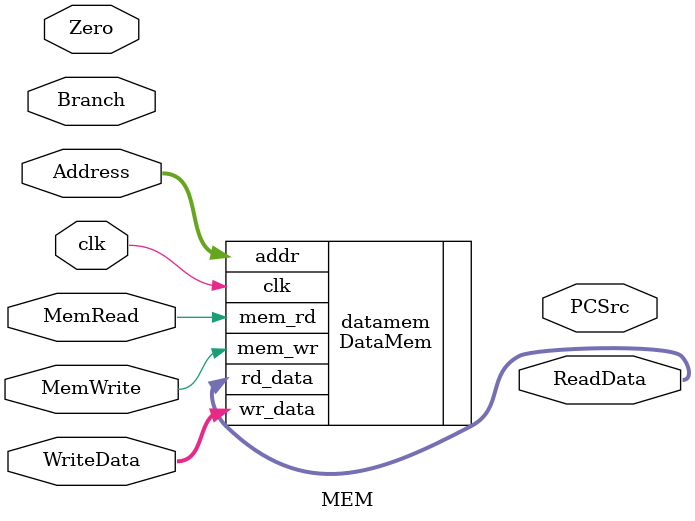
<source format=v>
`timescale 1ns / 1ps


module MEM(clk, MemWrite, MemRead, Address, WriteData, ReadData, PCSrc, Zero, Branch);

input clk;

input MemWrite, MemRead, Zero, Branch;
input [7:0] Address;  
input [63:0] WriteData;

output [63:0] ReadData;
output PCSrc;


//---------------------- BRANCH ----------------------
assign PCSRC = Zero & Branch;

        
//---------------------- DATA MEMORY ----------------------
    
DataMem datamem(.clk(clk), .mem_wr(MemWrite), .mem_rd(MemRead), .addr(Address), .wr_data(WriteData), .rd_data(ReadData)); 
    
        
endmodule

</source>
